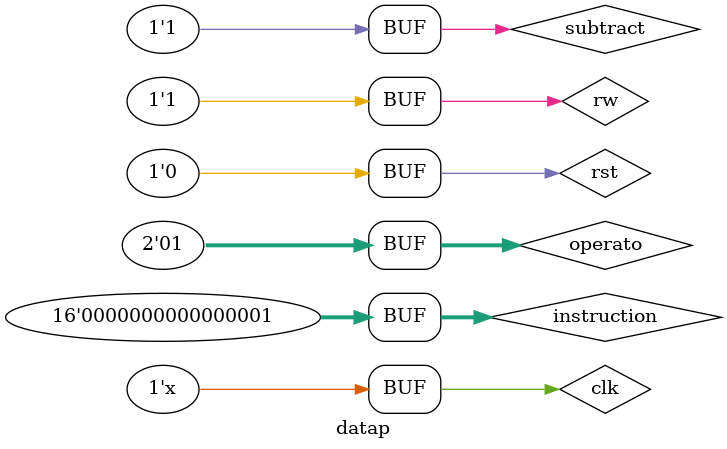
<source format=v>
module pc(
input clk,reset,
output reg [3:0]out);
always @(posedge clk)
begin
if (reset==1)
   out <= 0;
else
 out <= out+1;
 end
 endmodule
 
 module four_bit_alu
(
	// fba stands for 4-bit alu

	input [3:0] fba_num1,
	input [3:0] fba_num2,

	input fba_substract,
	input [1:0] fba_operation,

	output [3:0] fba_result,
	output fba_carry

);

assign { fba_carry , fba_result } = ( fba_operation == 0 ) ? ( fba_num1 & fba_num2 ):( fba_operation == 1 ) ? ( fba_num1 | fba_num2 ):( fba_operation == 2 ) ? ( ( fba_substract == 0 ) ? ( fba_num1 + fba_num2 ) : ( fba_num1 - fba_num2 ) ):( fba_num1 < fba_num2 );

endmodule


module ins_file(
		input [3:0]address,
		input rst,
		output  [7:0]instruction);
reg [7:0]memory[15:0];
always @(*)
begin
	if(rst==1)
	begin
		memory[0]<=1;
		memory[1]<=2;
		memory[2]<=3;
		memory[3]<=4;
		memory[4]<=5;
		memory[5]<=6;
		memory[6]<=7;
		memory[7]<=8;
		memory[8]<=9;
		memory[9]<=10;
		memory[10]<=11;
		memory[11]<=12;
		memory[12]<=13;
		memory[13]<=14;
		memory[14]<=15;
		memory[15]<=16;
	    
		    
		end
	end
	assign instruction=memory[address];
endmodule

module mem_file(
input [3:0]write_data,
input [3:0]address,
input rw,
input rst,clk,
output reg [3:0]read_data);
reg [3:0]memory[15:0];
always@(posedge clk)
begin
if(rst)
begin
memory[0]<=1;
memory[1]<=2;
memory[2]<=3;
memory[3]<=4;
memory[4]<=5;
memory[5]<=6;
memory[6]<=7;
memory[7]<=8;
memory[8]<=9;
memory[9]<=10;
memory[10]<=11;
memory[11]<=12;
memory[12]<=13;
memory[13]<=14;
memory[14]<=15;
memory[15]<=16;
end
else
begin
if(rw==0)
begin
memory[address]<=write_data;
end
else
begin
read_data<=memory[address];
end
end
end
endmodule

 
 module reg_file(
		input [1:0]read_reg1,read_reg2,
		input [1:0]write_reg,
		input rw,
		input rst,clk,
		input [3:0]write_data,
		output reg [3:0]data_out1,data_out2);
reg [3:0]register[3:0];
always@(posedge clk)
begin
	if(rst)
	begin
		register[0]<=2;
		register[1]<=3;
		register[2]<=5;
		register[3]<=9;
	end
	else
	begin
		if(rw==0)
		begin
			register[write_reg]<=write_data;
		end
		else
		begin
			data_out1<=register[read_reg1];
			data_out2<=register[read_reg2];
		end
	end
end
endmodule



module data_path(
 input clk,rst,rw,
 input [15:0]instruction,
 input [1:0]operato,
 input subtract,
 output  [3:0]address,
 output [3:0]result,
 output carry
 );
 
 wire [3:0]read_data1;
 wire [3:0]read_data2;
 
 pc on1(clk,rst,address);
 reg_file on2(instruction[1:0],instruction[3:2],instruction[5:4],rw,rst,clk,result,read_data1,read_data2);
 four_bit_alu on3(read_data1,read_data2,subtract,operato,result,carry);
 
 endmodule
 
 module datap ();
 reg  clk,rst,rw;
 reg [15:0]instruction;
 reg [1:0]operato;
 reg subtract;
 wire [3:0]address;
 wire [3:0]result;
 wire carry;
 
 data_path dp(clk,rst,rw,instruction,operato,subtract,address,result,carry);
 always
 #3 clk=~clk;
 initial begin 
 rst=1; clk=0;
 #4 rst=0; 
 # 15 instruction=0; operato=2; subtract=0;  rw=1;
  # 15 instruction=1; operato=1; subtract=1;  rw=1;
 end 
 endmodule
</source>
